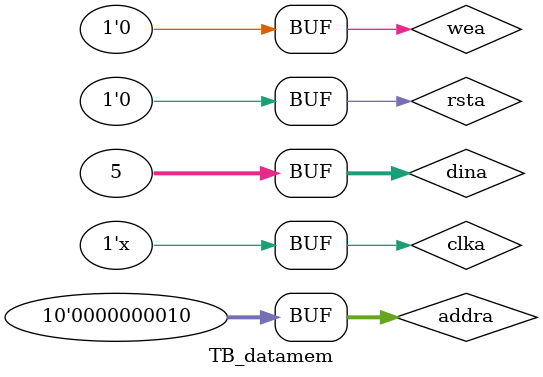
<source format=v>
`timescale 1ns / 1ps


module TB_datamem;
	// Inputs
	reg clka;
	reg rsta;
	reg [0:0] wea;
	reg [9:0] addra;
	reg [31:0] dina;

	// Outputs
	wire [31:0] douta;

	// Instantiate the Unit Under Test (UUT)
	DataMem uut (
		.clka(clka), 
		.rsta(rsta), 
		.wea(wea), 
		.addra(addra), 
		.dina(dina), 
		.douta(douta)
	);
	always #10 clka = ~clka;
	initial begin
		// Initialize Inputs
		clka = 0;
		rsta = 0;
		wea = 0;
		addra = 0;
		dina = 0;

		#20
		addra = 10'b1;
		
		#20
		wea = 1'b1;
		addra = 10'b10;
		dina = 32'b101;
		
		#20
		wea = 1'b0;
		addra = 10'b100;
		
		#20
		wea = 1'b0;
		addra = 10'b10;
        
		end
      
endmodule


</source>
